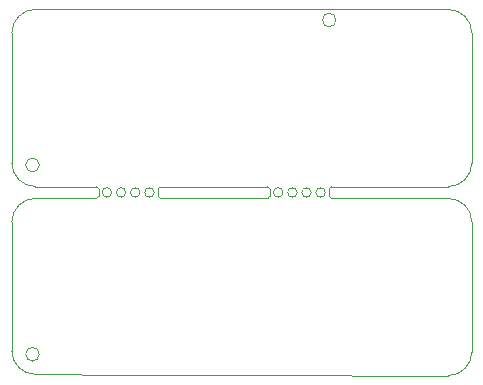
<source format=gbr>
G04 #@! TF.GenerationSoftware,KiCad,Pcbnew,(5.1.5)-3*
G04 #@! TF.CreationDate,2020-05-21T23:45:33+02:00*
G04 #@! TF.ProjectId,STRF_Panel,53545246-5f50-4616-9e65-6c2e6b696361,rev?*
G04 #@! TF.SameCoordinates,Original*
G04 #@! TF.FileFunction,Profile,NP*
%FSLAX46Y46*%
G04 Gerber Fmt 4.6, Leading zero omitted, Abs format (unit mm)*
G04 Created by KiCad (PCBNEW (5.1.5)-3) date 2020-05-21 23:45:33*
%MOMM*%
%LPD*%
G04 APERTURE LIST*
%ADD10C,0.050000*%
G04 APERTURE END LIST*
D10*
X33300000Y-42500000D02*
G75*
G03X33300000Y-42500000I-400000J0D01*
G01*
X29700000Y-42500000D02*
G75*
G03X29700000Y-42500000I-400000J0D01*
G01*
X30900000Y-42500000D02*
G75*
G03X30900000Y-42500000I-400000J0D01*
G01*
X32100000Y-42500000D02*
G75*
G03X32100000Y-42500000I-400000J0D01*
G01*
X44200000Y-42500000D02*
G75*
G03X44200000Y-42500000I-400000J0D01*
G01*
X45400000Y-42500000D02*
G75*
G03X45400000Y-42500000I-400000J0D01*
G01*
X46600000Y-42500000D02*
G75*
G03X46600000Y-42500000I-400000J0D01*
G01*
X47800000Y-42500000D02*
G75*
G03X47800000Y-42500000I-400000J0D01*
G01*
X48300000Y-42000000D02*
X58200000Y-42000000D01*
X42900000Y-42000000D02*
G75*
G02X43100000Y-42200000I0J-200000D01*
G01*
X43100000Y-42800000D02*
G75*
G02X42900000Y-43000000I-200000J0D01*
G01*
X48300000Y-43000000D02*
X57850000Y-43000000D01*
X48300000Y-43000000D02*
G75*
G02X48100000Y-42800000I0J200000D01*
G01*
X43100000Y-42800000D02*
X43100000Y-42200000D01*
X33800000Y-42000000D02*
X42900000Y-42000000D01*
X23250000Y-42000000D02*
X28400000Y-42000000D01*
X48100000Y-42200000D02*
G75*
G02X48300000Y-42000000I200000J0D01*
G01*
X48100000Y-42800000D02*
X48100000Y-42200000D01*
X48700000Y-27900000D02*
G75*
G03X48700000Y-27900000I-576000J0D01*
G01*
X23576000Y-56200000D02*
G75*
G03X23576000Y-56200000I-576000J0D01*
G01*
X23576000Y-40176000D02*
G75*
G03X23576000Y-40176000I-576000J0D01*
G01*
X28600000Y-42800000D02*
G75*
G02X28400000Y-43000000I-200000J0D01*
G01*
X28400000Y-42000000D02*
G75*
G02X28600000Y-42200000I0J-200000D01*
G01*
X33800000Y-43000000D02*
G75*
G02X33600000Y-42800000I0J200000D01*
G01*
X33600000Y-42200000D02*
G75*
G02X33800000Y-42000000I200000J0D01*
G01*
X33600000Y-42800000D02*
X33600000Y-42200000D01*
X28400000Y-43000000D02*
X23250000Y-43000000D01*
X60200000Y-50500000D02*
X60200000Y-56000000D01*
X21250000Y-53500000D02*
X21250000Y-45600000D01*
X60200000Y-47600000D02*
X60200000Y-45000000D01*
X37500000Y-43000000D02*
X33800000Y-43000000D01*
X21250000Y-45000000D02*
G75*
G02X23250000Y-43000000I2000000J0D01*
G01*
X58200000Y-58000000D02*
X42000000Y-57950000D01*
X21250000Y-45600000D02*
X21250000Y-45000000D01*
X23250000Y-57900000D02*
G75*
G02X21250000Y-55900000I0J2000000D01*
G01*
X57850000Y-43000000D02*
X58200000Y-43000000D01*
X37500000Y-43000000D02*
X42900000Y-43000000D01*
X58200000Y-43000000D02*
G75*
G02X60200000Y-45000000I0J-2000000D01*
G01*
X21250000Y-53500000D02*
X21250000Y-55900000D01*
X60200000Y-56000000D02*
G75*
G02X58200000Y-58000000I-2000000J0D01*
G01*
X60200000Y-50500000D02*
X60200000Y-47600000D01*
X31200000Y-57920000D02*
X23250000Y-57900000D01*
X42000000Y-57950000D02*
X31200000Y-57918455D01*
X28600000Y-42800000D02*
X28600000Y-42200000D01*
X23250000Y-42000000D02*
G75*
G02X21250000Y-40000000I0J2000000D01*
G01*
X21250000Y-29000000D02*
G75*
G02X23250000Y-27000000I2000000J0D01*
G01*
X58200000Y-27000000D02*
G75*
G02X60200000Y-29000000I0J-2000000D01*
G01*
X60200000Y-40000000D02*
G75*
G02X58200000Y-42000000I-2000000J0D01*
G01*
X21250000Y-37500000D02*
X21250000Y-40000000D01*
X60200000Y-34500000D02*
X60200000Y-40000000D01*
X60200000Y-31600000D02*
X60200000Y-29000000D01*
X60200000Y-34500000D02*
X60200000Y-31600000D01*
X57850000Y-27000000D02*
X58200000Y-27000000D01*
X42050000Y-27000000D02*
X57850000Y-27000000D01*
X37500000Y-27000000D02*
X42050000Y-27000000D01*
X21250000Y-29600000D02*
X21250000Y-29000000D01*
X37500000Y-27000000D02*
X23250000Y-27000000D01*
X21250000Y-37500000D02*
X21250000Y-29600000D01*
M02*

</source>
